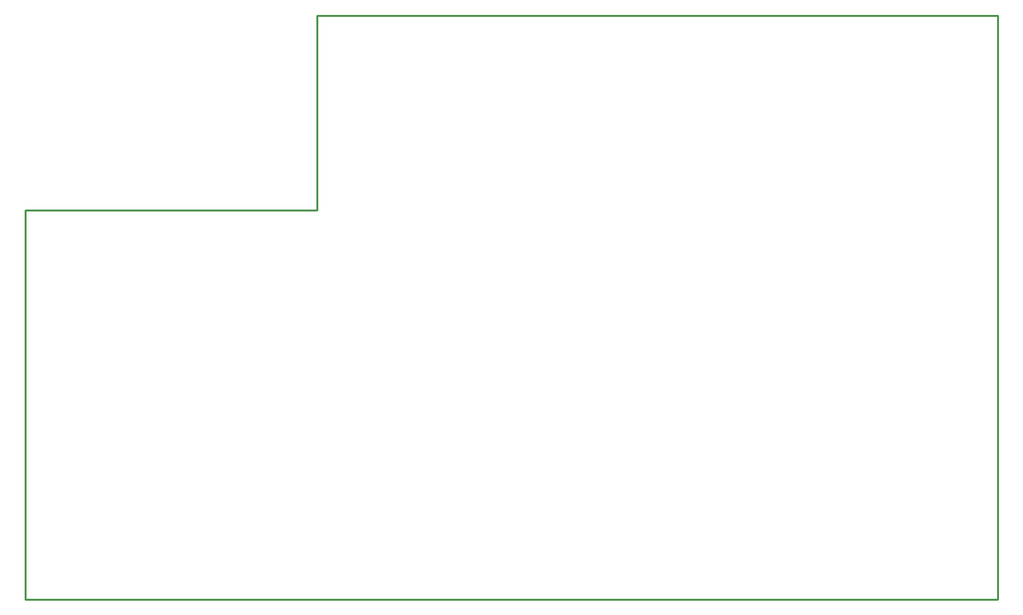
<source format=gbr>
G04 EAGLE Gerber RS-274X export*
G75*
%MOMM*%
%FSLAX34Y34*%
%LPD*%
%IN*%
%IPPOS*%
%AMOC8*
5,1,8,0,0,1.08239X$1,22.5*%
G01*
%ADD10C,0.254000*%


D10*
X0Y0D02*
X1270000Y0D01*
X1270000Y762000D01*
X381000Y762000D01*
X381000Y508000D01*
X0Y508000D01*
X0Y0D01*
M02*

</source>
